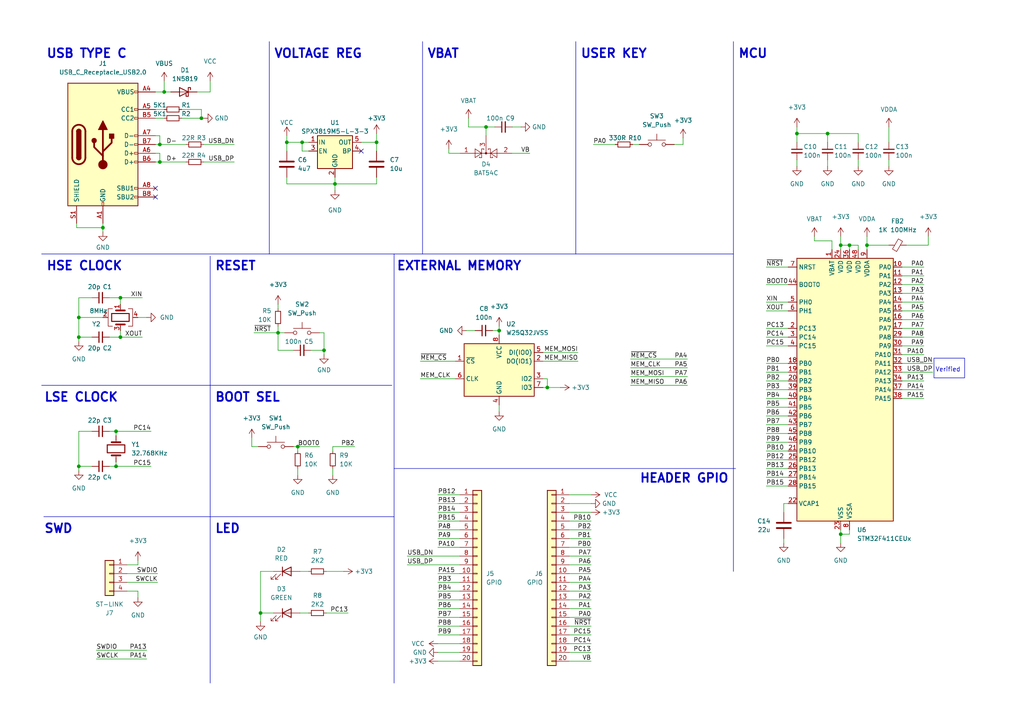
<source format=kicad_sch>
(kicad_sch (version 20231120) (generator "eeschema") (generator_version "8.0")
  (paper "A4")
  (title_block (title "STM32 PICO PILL ") (date "2023-02-05") (rev "1.0"))
  (lib_symbols
    (symbol "Connector:USB_C_Receptacle_USB2.0" (pin_names (offset 1.016))
      (property "Reference" "J" (at -10.16 19.05 0))
      (property "Value" "USB_C_Receptacle_USB2.0" (at 19.05 19.05 0))
      (symbol "USB_C_Receptacle_USB2.0_1_1"
        (pin passive line (at 0 -22.86 90) (length 5.08) (name "GND") (number "A1"))
        (pin passive line (at 0 -22.86 90) (length 5.08) hide (name "GND") (number "A12"))
        (pin passive line (at 15.24 15.24 180) (length 5.08) (name "VBUS") (number "A4"))
        (pin bidirectional line (at 15.24 10.16 180) (length 5.08) (name "CC1") (number "A5"))
        (pin bidirectional line (at 15.24 -2.54 180) (length 5.08) (name "D+") (number "A6"))
        (pin bidirectional line (at 15.24 2.54 180) (length 5.08) (name "D-") (number "A7"))
        (pin bidirectional line (at 15.24 -12.7 180) (length 5.08) (name "SBU1") (number "A8"))
        (pin passive line (at 15.24 15.24 180) (length 5.08) hide (name "VBUS") (number "A9"))
        (pin passive line (at 0 -22.86 90) (length 5.08) hide (name "GND") (number "B1"))
        (pin passive line (at 0 -22.86 90) (length 5.08) hide (name "GND") (number "B12"))
        (pin passive line (at 15.24 15.24 180) (length 5.08) hide (name "VBUS") (number "B4"))
        (pin bidirectional line (at 15.24 7.62 180) (length 5.08) (name "CC2") (number "B5"))
        (pin bidirectional line (at 15.24 -5.08 180) (length 5.08) (name "D+") (number "B6"))
        (pin bidirectional line (at 15.24 0 180) (length 5.08) (name "D-") (number "B7"))
        (pin bidirectional line (at 15.24 -15.24 180) (length 5.08) (name "SBU2") (number "B8"))
        (pin passive line (at 15.24 15.24 180) (length 5.08) hide (name "VBUS") (number "B9"))
        (pin passive line (at -7.62 -22.86 90) (length 5.08) (name "SHIELD") (number "S1"))
      )
    )
    (symbol "Connector_Generic:Conn_01x04" (pin_names (offset 1.016) hide)
      (property "Reference" "J" (at 0 5.08 0))
      (property "Value" "Conn_01x04" (at 0 -7.62 0))
      (symbol "Conn_01x04_1_1"
        (pin passive line (at -5.08 2.54 0) (length 3.81) (name "Pin_1") (number "1"))
        (pin passive line (at -5.08 0 0) (length 3.81) (name "Pin_2") (number "2"))
        (pin passive line (at -5.08 -2.54 0) (length 3.81) (name "Pin_3") (number "3"))
        (pin passive line (at -5.08 -5.08 0) (length 3.81) (name "Pin_4") (number "4"))
      )
    )
    (symbol "Connector_Generic:Conn_01x20" (pin_names (offset 1.016) hide)
      (property "Reference" "J" (at 0 25.4 0))
      (property "Value" "Conn_01x20" (at 0 -27.94 0))
      (symbol "Conn_01x20_1_1"
        (pin passive line (at -5.08 22.86 0) (length 3.81) (name "Pin_1") (number "1"))
        (pin passive line (at -5.08 0 0) (length 3.81) (name "Pin_10") (number "10"))
        (pin passive line (at -5.08 -2.54 0) (length 3.81) (name "Pin_11") (number "11"))
        (pin passive line (at -5.08 -5.08 0) (length 3.81) (name "Pin_12") (number "12"))
        (pin passive line (at -5.08 -7.62 0) (length 3.81) (name "Pin_13") (number "13"))
        (pin passive line (at -5.08 -10.16 0) (length 3.81) (name "Pin_14") (number "14"))
        (pin passive line (at -5.08 -12.7 0) (length 3.81) (name "Pin_15") (number "15"))
        (pin passive line (at -5.08 -15.24 0) (length 3.81) (name "Pin_16") (number "16"))
        (pin passive line (at -5.08 -17.78 0) (length 3.81) (name "Pin_17") (number "17"))
        (pin passive line (at -5.08 -20.32 0) (length 3.81) (name "Pin_18") (number "18"))
        (pin passive line (at -5.08 -22.86 0) (length 3.81) (name "Pin_19") (number "19"))
        (pin passive line (at -5.08 20.32 0) (length 3.81) (name "Pin_2") (number "2"))
        (pin passive line (at -5.08 -25.4 0) (length 3.81) (name "Pin_20") (number "20"))
        (pin passive line (at -5.08 17.78 0) (length 3.81) (name "Pin_3") (number "3"))
        (pin passive line (at -5.08 15.24 0) (length 3.81) (name "Pin_4") (number "4"))
        (pin passive line (at -5.08 12.7 0) (length 3.81) (name "Pin_5") (number "5"))
        (pin passive line (at -5.08 10.16 0) (length 3.81) (name "Pin_6") (number "6"))
        (pin passive line (at -5.08 7.62 0) (length 3.81) (name "Pin_7") (number "7"))
        (pin passive line (at -5.08 5.08 0) (length 3.81) (name "Pin_8") (number "8"))
        (pin passive line (at -5.08 2.54 0) (length 3.81) (name "Pin_9") (number "9"))
      )
    )
    (symbol "Device:C" (pin_numbers hide) (pin_names (offset 0.254))
      (property "Reference" "C" (at 0.635 2.54 0))
      (property "Value" "C" (at 0.635 -2.54 0))
      (symbol "C_1_1"
        (pin passive line (at 0 3.81 270) (length 2.794) (name "~") (number "1"))
        (pin passive line (at 0 -3.81 90) (length 2.794) (name "~") (number "2"))
      )
    )
    (symbol "Device:C_Small" (pin_numbers hide) (pin_names (offset 0.254) hide)
      (property "Reference" "C" (at 0.254 1.778 0))
      (property "Value" "C_Small" (at 0.254 -2.032 0))
      (symbol "C_Small_1_1"
        (pin passive line (at 0 2.54 270) (length 2.032) (name "~") (number "1"))
        (pin passive line (at 0 -2.54 90) (length 2.032) (name "~") (number "2"))
      )
    )
    (symbol "Device:Crystal" (pin_numbers hide) (pin_names (offset 1.016) hide)
      (property "Reference" "Y" (at 0 3.81 0))
      (property "Value" "Crystal" (at 0 -3.81 0))
      (symbol "Crystal_1_1"
        (pin passive line (at -3.81 0 0) (length 1.27) (name "1") (number "1"))
        (pin passive line (at 3.81 0 180) (length 1.27) (name "2") (number "2"))
      )
    )
    (symbol "Device:Crystal_GND24" (pin_names (offset 1.016) hide)
      (property "Reference" "Y" (at 3.175 5.08 0))
      (property "Value" "Crystal_GND24" (at 3.175 3.175 0))
      (symbol "Crystal_GND24_1_1"
        (pin passive line (at -3.81 0 0) (length 1.27) (name "1") (number "1"))
        (pin passive line (at 0 5.08 270) (length 1.27) (name "2") (number "2"))
        (pin passive line (at 3.81 0 180) (length 1.27) (name "3") (number "3"))
        (pin passive line (at 0 -5.08 90) (length 1.27) (name "4") (number "4"))
      )
    )
    (symbol "Device:FerriteBead_Small" (pin_numbers hide) (pin_names (offset 0))
      (property "Reference" "FB" (at 1.905 1.27 0))
      (property "Value" "FerriteBead_Small" (at 1.905 -1.27 0))
      (symbol "FerriteBead_Small_1_1"
        (pin passive line (at 0 2.54 270) (length 1.27) (name "~") (number "1"))
        (pin passive line (at 0 -2.54 90) (length 1.27) (name "~") (number "2"))
      )
    )
    (symbol "Device:LED" (pin_numbers hide) (pin_names (offset 1.016) hide)
      (property "Reference" "D" (at 0 2.54 0))
      (property "Value" "LED" (at 0 -2.54 0))
      (symbol "LED_1_1"
        (pin passive line (at -3.81 0 0) (length 2.54) (name "K") (number "1"))
        (pin passive line (at 3.81 0 180) (length 2.54) (name "A") (number "2"))
      )
    )
    (symbol "Device:R_Small" (pin_numbers hide) (pin_names (offset 0.254) hide)
      (property "Reference" "R" (at 0.762 0.508 0))
      (property "Value" "R_Small" (at 0.762 -1.016 0))
      (symbol "R_Small_1_1"
        (pin passive line (at 0 2.54 270) (length 0.762) (name "~") (number "1"))
        (pin passive line (at 0 -2.54 90) (length 0.762) (name "~") (number "2"))
      )
    )
    (symbol "Diode:1N5819" (pin_numbers hide) (pin_names (offset 1.016) hide)
      (property "Reference" "D" (at 0 2.54 0))
      (property "Value" "1N5819" (at 0 -2.54 0))
      (symbol "1N5819_1_1"
        (pin passive line (at -3.81 0 0) (length 2.54) (name "K") (number "1"))
        (pin passive line (at 3.81 0 180) (length 2.54) (name "A") (number "2"))
      )
    )
    (symbol "Diode:BAT54C" (pin_names (offset 1.016))
      (property "Reference" "D" (at 0.635 -3.81 0))
      (property "Value" "BAT54C" (at -6.35 3.175 0))
      (symbol "BAT54C_1_1"
        (pin passive line (at -7.62 0 0) (length 3.81) (name "~") (number "1"))
        (pin passive line (at 7.62 0 180) (length 3.81) (name "~") (number "2"))
        (pin passive line (at 0 -5.08 90) (length 5.08) (name "~") (number "3"))
      )
    )
    (symbol "MCU_ST_STM32F4:STM32F411CEUx"
      (property "Reference" "U" (at -12.7 39.37 0))
      (property "Value" "STM32F411CEUx" (at 10.16 39.37 0))
      (symbol "STM32F411CEUx_1_1"
        (pin power_in line (at -2.54 40.64 270) (length 2.54) (name "VBAT") (number "1"))
        (pin bidirectional line (at 17.78 35.56 180) (length 2.54) (name "PA0") (number "10"))
        (pin bidirectional line (at 17.78 33.02 180) (length 2.54) (name "PA1") (number "11"))
        (pin bidirectional line (at 17.78 30.48 180) (length 2.54) (name "PA2") (number "12"))
        (pin bidirectional line (at 17.78 27.94 180) (length 2.54) (name "PA3") (number "13"))
        (pin bidirectional line (at 17.78 25.4 180) (length 2.54) (name "PA4") (number "14"))
        (pin bidirectional line (at 17.78 22.86 180) (length 2.54) (name "PA5") (number "15"))
        (pin bidirectional line (at 17.78 20.32 180) (length 2.54) (name "PA6") (number "16"))
        (pin bidirectional line (at 17.78 17.78 180) (length 2.54) (name "PA7") (number "17"))
        (pin bidirectional line (at -15.24 7.62 0) (length 2.54) (name "PB0") (number "18"))
        (pin bidirectional line (at -15.24 5.08 0) (length 2.54) (name "PB1") (number "19"))
        (pin bidirectional line (at -15.24 17.78 0) (length 2.54) (name "PC13") (number "2"))
        (pin bidirectional line (at -15.24 2.54 0) (length 2.54) (name "PB2") (number "20"))
        (pin bidirectional line (at -15.24 -17.78 0) (length 2.54) (name "PB10") (number "21"))
        (pin power_out line (at -15.24 -33.02 0) (length 2.54) (name "VCAP1") (number "22"))
        (pin power_in line (at 0 -40.64 90) (length 2.54) (name "VSS") (number "23"))
        (pin power_in line (at 0 40.64 270) (length 2.54) (name "VDD") (number "24"))
        (pin bidirectional line (at -15.24 -20.32 0) (length 2.54) (name "PB12") (number "25"))
        (pin bidirectional line (at -15.24 -22.86 0) (length 2.54) (name "PB13") (number "26"))
        (pin bidirectional line (at -15.24 -25.4 0) (length 2.54) (name "PB14") (number "27"))
        (pin bidirectional line (at -15.24 -27.94 0) (length 2.54) (name "PB15") (number "28"))
        (pin bidirectional line (at 17.78 15.24 180) (length 2.54) (name "PA8") (number "29"))
        (pin bidirectional line (at -15.24 15.24 0) (length 2.54) (name "PC14") (number "3"))
        (pin bidirectional line (at 17.78 12.7 180) (length 2.54) (name "PA9") (number "30"))
        (pin bidirectional line (at 17.78 10.16 180) (length 2.54) (name "PA10") (number "31"))
        (pin bidirectional line (at 17.78 7.62 180) (length 2.54) (name "PA11") (number "32"))
        (pin bidirectional line (at 17.78 5.08 180) (length 2.54) (name "PA12") (number "33"))
        (pin bidirectional line (at 17.78 2.54 180) (length 2.54) (name "PA13") (number "34"))
        (pin passive line (at 0 -40.64 90) (length 2.54) hide (name "VSS") (number "35"))
        (pin power_in line (at 2.54 40.64 270) (length 2.54) (name "VDD") (number "36"))
        (pin bidirectional line (at 17.78 0 180) (length 2.54) (name "PA14") (number "37"))
        (pin bidirectional line (at 17.78 -2.54 180) (length 2.54) (name "PA15") (number "38"))
        (pin bidirectional line (at -15.24 0 0) (length 2.54) (name "PB3") (number "39"))
        (pin bidirectional line (at -15.24 12.7 0) (length 2.54) (name "PC15") (number "4"))
        (pin bidirectional line (at -15.24 -2.54 0) (length 2.54) (name "PB4") (number "40"))
        (pin bidirectional line (at -15.24 -5.08 0) (length 2.54) (name "PB5") (number "41"))
        (pin bidirectional line (at -15.24 -7.62 0) (length 2.54) (name "PB6") (number "42"))
        (pin bidirectional line (at -15.24 -10.16 0) (length 2.54) (name "PB7") (number "43"))
        (pin input line (at -15.24 30.48 0) (length 2.54) (name "BOOT0") (number "44"))
        (pin bidirectional line (at -15.24 -12.7 0) (length 2.54) (name "PB8") (number "45"))
        (pin bidirectional line (at -15.24 -15.24 0) (length 2.54) (name "PB9") (number "46"))
        (pin passive line (at 0 -40.64 90) (length 2.54) hide (name "VSS") (number "47"))
        (pin power_in line (at 5.08 40.64 270) (length 2.54) (name "VDD") (number "48"))
        (pin passive line (at 0 -40.64 90) (length 2.54) hide (name "VSS") (number "49"))
        (pin bidirectional line (at -15.24 25.4 0) (length 2.54) (name "PH0") (number "5"))
        (pin bidirectional line (at -15.24 22.86 0) (length 2.54) (name "PH1") (number "6"))
        (pin input line (at -15.24 35.56 0) (length 2.54) (name "NRST") (number "7"))
        (pin power_in line (at 2.54 -40.64 90) (length 2.54) (name "VSSA") (number "8"))
        (pin power_in line (at 7.62 40.64 270) (length 2.54) (name "VDDA") (number "9"))
      )
    )
    (symbol "Memory_Flash:W25Q32JVSS"
      (property "Reference" "U" (at -8.89 8.89 0))
      (property "Value" "W25Q32JVSS" (at 7.62 8.89 0))
      (symbol "W25Q32JVSS_1_1"
        (pin input line (at -12.7 2.54 0) (length 2.54) (name "~{CS}") (number "1"))
        (pin bidirectional line (at 12.7 2.54 180) (length 2.54) (name "DO(IO1)") (number "2"))
        (pin bidirectional line (at 12.7 -2.54 180) (length 2.54) (name "IO2") (number "3"))
        (pin power_in line (at 0 -10.16 90) (length 2.54) (name "GND") (number "4"))
        (pin bidirectional line (at 12.7 5.08 180) (length 2.54) (name "DI(IO0)") (number "5"))
        (pin input line (at -12.7 -2.54 0) (length 2.54) (name "CLK") (number "6"))
        (pin bidirectional line (at 12.7 -5.08 180) (length 2.54) (name "IO3") (number "7"))
        (pin power_in line (at 0 10.16 270) (length 2.54) (name "VCC") (number "8"))
      )
    )
    (symbol "Regulator_Linear:SPX3819M5-L-3-3" (pin_names (offset 0.254))
      (property "Reference" "U" (at -3.81 5.715 0))
      (property "Value" "SPX3819M5-L-3-3" (at 0 5.715 0))
      (symbol "SPX3819M5-L-3-3_1_1"
        (pin power_in line (at -7.62 2.54 0) (length 2.54) (name "IN") (number "1"))
        (pin power_in line (at 0 -7.62 90) (length 2.54) (name "GND") (number "2"))
        (pin input line (at -7.62 0 0) (length 2.54) (name "EN") (number "3"))
        (pin input line (at 7.62 0 180) (length 2.54) (name "BP") (number "4"))
        (pin power_out line (at 7.62 2.54 180) (length 2.54) (name "OUT") (number "5"))
      )
    )
    (symbol "Switch:SW_Push" (pin_numbers hide) (pin_names (offset 1.016) hide)
      (property "Reference" "SW" (at 1.27 2.54 0))
      (property "Value" "SW_Push" (at 0 -1.524 0))
      (symbol "SW_Push_0_1"
        (pin passive line (at -5.08 0 0) (length 2.54) (name "1") (number "1"))
        (pin passive line (at 5.08 0 180) (length 2.54) (name "2") (number "2"))
      )
    )
    (symbol "power:+3V3" (power) (pin_names (offset 0))
      (property "Value" "+3V3" (at 0 3.556 0))
      (symbol "+3V3_1_1"
        (pin power_in line (at 0 0 90) (length 0) hide (name "+3V3") (number "1"))
      )
    )
    (symbol "power:GND" (power) (pin_names (offset 0))
      (property "Value" "GND" (at 0 -3.81 0))
      (symbol "GND_1_1"
        (pin power_in line (at 0 0 270) (length 0) hide (name "GND") (number "1"))
      )
    )
    (symbol "power:VBUS" (power) (pin_names (offset 0))
      (property "Value" "VBUS" (at 0 3.81 0))
      (symbol "VBUS_1_1"
        (pin power_in line (at 0 0 90) (length 0) hide (name "VBUS") (number "1"))
      )
    )
    (symbol "power:VCC" (power) (pin_names (offset 0))
      (property "Value" "VCC" (at 0 3.81 0))
      (symbol "VCC_1_1"
        (pin power_in line (at 0 0 90) (length 0) hide (name "VCC") (number "1"))
      )
    )
    (symbol "power:VDDA" (power) (pin_names (offset 0))
      (property "Value" "VDDA" (at 0 3.81 0))
      (symbol "VDDA_1_1"
        (pin power_in line (at 0 0 90) (length 0) hide (name "VDDA") (number "1"))
      )
    )
  )
  (junction (at 80.645 96.52))
  (junction (at 83.185 41.275))
  (junction (at 158.75 112.395))
  (junction (at 34.925 86.36))
  (junction (at 34.925 97.79))
  (junction (at 47.625 26.67))
  (junction (at 46.355 41.91))
  (junction (at 75.565 177.8))
  (junction (at 246.38 71.12))
  (junction (at 22.86 135.255))
  (junction (at 140.97 36.83))
  (junction (at 33.655 125.095))
  (junction (at 231.14 38.735))
  (junction (at 87.63 41.275))
  (junction (at 97.155 53.34))
  (junction (at 29.845 66.04))
  (junction (at 243.84 71.12))
  (junction (at 240.03 38.735))
  (junction (at 251.46 71.12))
  (junction (at 109.22 41.275))
  (junction (at 58.42 34.29))
  (junction (at 22.86 92.075))
  (junction (at 86.36 129.54))
  (junction (at 46.355 46.99))
  (junction (at 144.78 95.885))
  (junction (at 93.98 101.6))
  (junction (at 243.84 154.94))
  (junction (at 22.86 97.79))
  (junction (at 33.655 135.255))
  (no_connect (at 45.085 54.61))
  (no_connect (at 45.085 57.15))
  (no_connect (at 104.775 43.815))
  (wire (pts (xy 31.75 97.79) (xy 34.925 97.79)))
  (wire (pts (xy 140.97 36.83) (xy 143.51 36.83)))
  (wire (pts (xy 45.085 41.91) (xy 46.355 41.91)))
  (wire (pts (xy 40.005 171.45) (xy 40.005 173.355)))
  (wire (pts (xy 86.995 165.735) (xy 89.535 165.735)))
  (wire (pts (xy 267.97 77.47) (xy 261.62 77.47)))
  (wire (pts (xy 127 173.99) (xy 133.35 173.99)))
  (wire (pts (xy 130.175 43.18) (xy 130.175 44.45)))
  (wire (pts (xy 222.25 90.17) (xy 228.6 90.17)))
  (wire (pts (xy 73.025 129.54) (xy 74.93 129.54)))
  (wire (pts (xy 94.615 165.735) (xy 99.695 165.735)))
  (polyline (pts (xy 60.96 74.295) (xy 60.96 198.12)))
  (wire (pts (xy 127 189.23) (xy 133.35 189.23)))
  (wire (pts (xy 83.185 41.275) (xy 83.185 43.815)))
  (wire (pts (xy 59.055 41.91) (xy 67.945 41.91)))
  (wire (pts (xy 45.085 44.45) (xy 46.355 44.45)))
  (wire (pts (xy 251.46 68.58) (xy 251.46 71.12)))
  (wire (pts (xy 231.14 46.355) (xy 231.14 48.26)))
  (wire (pts (xy 127 176.53) (xy 133.35 176.53)))
  (wire (pts (xy 45.72 168.91) (xy 36.83 168.91)))
  (wire (pts (xy 222.25 100.33) (xy 228.6 100.33)))
  (wire (pts (xy 121.92 109.855) (xy 132.08 109.855)))
  (wire (pts (xy 34.925 97.79) (xy 34.925 95.885)))
  (wire (pts (xy 246.38 71.12) (xy 246.38 72.39)))
  (wire (pts (xy 22.86 97.79) (xy 26.67 97.79)))
  (wire (pts (xy 148.59 36.83) (xy 151.13 36.83)))
  (wire (pts (xy 80.645 94.615) (xy 80.645 96.52)))
  (wire (pts (xy 251.46 71.12) (xy 257.81 71.12)))
  (wire (pts (xy 46.355 46.99) (xy 53.975 46.99)))
  (wire (pts (xy 165.1 173.99) (xy 171.45 173.99)))
  (wire (pts (xy 90.17 101.6) (xy 93.98 101.6)))
  (wire (pts (xy 222.25 120.65) (xy 228.6 120.65)))
  (wire (pts (xy 267.97 85.09) (xy 261.62 85.09)))
  (wire (pts (xy 248.92 38.735) (xy 248.92 41.275)))
  (wire (pts (xy 86.36 135.89) (xy 86.36 137.795)))
  (wire (pts (xy 227.33 146.05) (xy 227.33 148.59)))
  (wire (pts (xy 58.42 34.29) (xy 59.055 34.29)))
  (wire (pts (xy 22.86 97.79) (xy 22.86 99.06)))
  (wire (pts (xy 127 181.61) (xy 133.35 181.61)))
  (polyline (pts (xy 12.065 73.66) (xy 212.725 73.66)))
  (wire (pts (xy 127 179.07) (xy 133.35 179.07)))
  (wire (pts (xy 240.03 46.355) (xy 240.03 48.26)))
  (wire (pts (xy 222.25 77.47) (xy 228.6 77.47)))
  (wire (pts (xy 227.33 157.48) (xy 227.33 156.21)))
  (wire (pts (xy 267.97 113.03) (xy 261.62 113.03)))
  (wire (pts (xy 157.48 109.855) (xy 158.75 109.855)))
  (wire (pts (xy 40.005 163.83) (xy 40.005 162.56)))
  (wire (pts (xy 198.12 41.91) (xy 198.12 40.005)))
  (wire (pts (xy 158.75 112.395) (xy 162.56 112.395)))
  (wire (pts (xy 52.705 31.75) (xy 58.42 31.75)))
  (wire (pts (xy 171.45 146.05) (xy 165.1 146.05)))
  (wire (pts (xy 222.25 113.03) (xy 228.6 113.03)))
  (wire (pts (xy 171.45 148.59) (xy 165.1 148.59)))
  (wire (pts (xy 246.38 71.12) (xy 243.84 71.12)))
  (wire (pts (xy 93.98 101.6) (xy 93.98 102.87)))
  (wire (pts (xy 127 148.59) (xy 133.35 148.59)))
  (wire (pts (xy 31.75 135.255) (xy 33.655 135.255)))
  (wire (pts (xy 97.155 53.34) (xy 97.155 55.245)))
  (wire (pts (xy 183.515 41.91) (xy 185.42 41.91)))
  (wire (pts (xy 22.86 92.075) (xy 22.86 97.79)))
  (wire (pts (xy 26.67 86.36) (xy 22.86 86.36)))
  (wire (pts (xy 135.89 36.83) (xy 140.97 36.83)))
  (wire (pts (xy 222.25 140.97) (xy 228.6 140.97)))
  (polyline (pts (xy 212.725 12.065) (xy 212.725 165.735)))
  (polyline (pts (xy 12.065 111.76) (xy 113.665 111.76)))
  (polyline (pts (xy 122.555 12.065) (xy 122.555 73.66)))
  (wire (pts (xy 171.45 184.15) (xy 165.1 184.15)))
  (wire (pts (xy 171.45 156.21) (xy 165.1 156.21)))
  (wire (pts (xy 58.42 31.75) (xy 58.42 34.29)))
  (wire (pts (xy 222.25 133.35) (xy 228.6 133.35)))
  (wire (pts (xy 27.94 191.135) (xy 42.545 191.135)))
  (wire (pts (xy 222.25 130.81) (xy 228.6 130.81)))
  (wire (pts (xy 93.98 96.52) (xy 93.98 101.6)))
  (polyline (pts (xy 114.3 135.89) (xy 213.36 135.89)))
  (wire (pts (xy 248.92 71.12) (xy 246.38 71.12)))
  (wire (pts (xy 52.705 34.29) (xy 58.42 34.29)))
  (wire (pts (xy 261.62 105.41) (xy 270.51 105.41)))
  (wire (pts (xy 109.22 38.735) (xy 109.22 41.275)))
  (polyline (pts (xy 78.105 12.065) (xy 78.105 73.66)))
  (wire (pts (xy 267.97 92.71) (xy 261.62 92.71)))
  (wire (pts (xy 45.085 46.99) (xy 46.355 46.99)))
  (wire (pts (xy 222.25 123.19) (xy 228.6 123.19)))
  (wire (pts (xy 243.84 71.12) (xy 243.84 72.39)))
  (wire (pts (xy 33.655 125.095) (xy 33.655 126.365)))
  (wire (pts (xy 118.11 163.83) (xy 133.35 163.83)))
  (polyline (pts (xy 114.3 73.66) (xy 114.3 198.12)))
  (wire (pts (xy 22.86 92.075) (xy 29.845 92.075)))
  (wire (pts (xy 222.25 107.95) (xy 228.6 107.95)))
  (wire (pts (xy 251.46 71.12) (xy 251.46 72.39)))
  (wire (pts (xy 261.62 107.95) (xy 270.51 107.95)))
  (wire (pts (xy 96.52 135.89) (xy 96.52 137.795)))
  (wire (pts (xy 22.86 135.255) (xy 26.67 135.255)))
  (wire (pts (xy 86.36 129.54) (xy 86.36 130.81)))
  (wire (pts (xy 267.97 82.55) (xy 261.62 82.55)))
  (wire (pts (xy 222.25 135.89) (xy 228.6 135.89)))
  (wire (pts (xy 222.25 82.55) (xy 228.6 82.55)))
  (wire (pts (xy 267.97 115.57) (xy 261.62 115.57)))
  (wire (pts (xy 59.055 46.99) (xy 67.945 46.99)))
  (wire (pts (xy 171.45 186.69) (xy 165.1 186.69)))
  (wire (pts (xy 87.63 43.815) (xy 87.63 41.275)))
  (wire (pts (xy 127 184.15) (xy 133.35 184.15)))
  (wire (pts (xy 222.25 125.73) (xy 228.6 125.73)))
  (wire (pts (xy 33.655 135.255) (xy 43.815 135.255)))
  (wire (pts (xy 127 186.69) (xy 133.35 186.69)))
  (wire (pts (xy 29.845 66.04) (xy 29.845 67.31)))
  (wire (pts (xy 246.38 153.67) (xy 246.38 154.94)))
  (wire (pts (xy 33.655 125.095) (xy 43.815 125.095)))
  (wire (pts (xy 75.565 177.8) (xy 79.375 177.8)))
  (wire (pts (xy 40.005 92.075) (xy 42.545 92.075)))
  (wire (pts (xy 22.225 64.77) (xy 22.225 66.04)))
  (wire (pts (xy 165.1 168.91) (xy 171.45 168.91)))
  (wire (pts (xy 45.085 31.75) (xy 47.625 31.75)))
  (wire (pts (xy 75.565 165.735) (xy 75.565 177.8)))
  (wire (pts (xy 36.83 163.83) (xy 40.005 163.83)))
  (wire (pts (xy 222.25 105.41) (xy 228.6 105.41)))
  (wire (pts (xy 80.645 101.6) (xy 80.645 96.52)))
  (wire (pts (xy 109.22 51.435) (xy 109.22 53.34)))
  (wire (pts (xy 246.38 154.94) (xy 243.84 154.94)))
  (wire (pts (xy 144.78 117.475) (xy 144.78 119.38)))
  (wire (pts (xy 267.97 87.63) (xy 261.62 87.63)))
  (wire (pts (xy 171.45 181.61) (xy 165.1 181.61)))
  (wire (pts (xy 96.52 129.54) (xy 102.87 129.54)))
  (wire (pts (xy 240.03 38.735) (xy 240.03 41.275)))
  (wire (pts (xy 236.22 68.58) (xy 236.22 69.85)))
  (wire (pts (xy 127 146.05) (xy 133.35 146.05)))
  (wire (pts (xy 222.25 110.49) (xy 228.6 110.49)))
  (wire (pts (xy 231.14 38.735) (xy 231.14 41.275)))
  (wire (pts (xy 171.45 151.13) (xy 165.1 151.13)))
  (wire (pts (xy 46.355 39.37) (xy 46.355 41.91)))
  (wire (pts (xy 34.925 86.36) (xy 34.925 88.265)))
  (wire (pts (xy 222.25 118.11) (xy 228.6 118.11)))
  (wire (pts (xy 133.35 156.21) (xy 127 156.21)))
  (wire (pts (xy 262.89 71.12) (xy 269.24 71.12)))
  (wire (pts (xy 243.84 154.94) (xy 243.84 153.67)))
  (wire (pts (xy 73.025 127) (xy 73.025 129.54)))
  (wire (pts (xy 267.97 80.01) (xy 261.62 80.01)))
  (wire (pts (xy 29.845 64.77) (xy 29.845 66.04)))
  (wire (pts (xy 45.085 34.29) (xy 47.625 34.29)))
  (wire (pts (xy 269.24 71.12) (xy 269.24 68.58)))
  (wire (pts (xy 127 171.45) (xy 133.35 171.45)))
  (wire (pts (xy 87.63 41.275) (xy 83.185 41.275)))
  (wire (pts (xy 26.67 125.095) (xy 22.86 125.095)))
  (wire (pts (xy 75.565 177.8) (xy 75.565 180.34)))
  (wire (pts (xy 165.1 161.29) (xy 171.45 161.29)))
  (wire (pts (xy 171.45 191.77) (xy 165.1 191.77)))
  (polyline (pts (xy 12.7 149.86) (xy 114.3 149.86)))
  (wire (pts (xy 171.45 153.67) (xy 165.1 153.67)))
  (wire (pts (xy 45.085 39.37) (xy 46.355 39.37)))
  (wire (pts (xy 171.45 189.23) (xy 165.1 189.23)))
  (wire (pts (xy 127 191.77) (xy 133.35 191.77)))
  (wire (pts (xy 222.25 95.25) (xy 228.6 95.25)))
  (wire (pts (xy 158.75 109.855) (xy 158.75 112.395)))
  (wire (pts (xy 22.86 125.095) (xy 22.86 135.255)))
  (wire (pts (xy 109.22 41.275) (xy 109.22 43.815)))
  (wire (pts (xy 75.565 165.735) (xy 79.375 165.735)))
  (wire (pts (xy 267.97 100.33) (xy 261.62 100.33)))
  (wire (pts (xy 121.92 104.775) (xy 132.08 104.775)))
  (wire (pts (xy 222.25 87.63) (xy 228.6 87.63)))
  (wire (pts (xy 34.925 86.36) (xy 41.275 86.36)))
  (wire (pts (xy 248.92 46.355) (xy 248.92 48.26)))
  (wire (pts (xy 46.355 44.45) (xy 46.355 46.99)))
  (polyline (pts (xy 167.005 12.065) (xy 167.005 73.66)))
  (wire (pts (xy 231.14 36.83) (xy 231.14 38.735)))
  (wire (pts (xy 135.255 95.885) (xy 137.795 95.885)))
  (wire (pts (xy 144.78 95.885) (xy 144.78 97.155)))
  (wire (pts (xy 97.155 51.435) (xy 97.155 53.34)))
  (wire (pts (xy 157.48 102.235) (xy 167.64 102.235)))
  (wire (pts (xy 22.86 135.255) (xy 22.86 136.525)))
  (wire (pts (xy 172.085 41.91) (xy 178.435 41.91)))
  (wire (pts (xy 248.92 72.39) (xy 248.92 71.12)))
  (wire (pts (xy 133.35 153.67) (xy 127 153.67)))
  (wire (pts (xy 36.83 171.45) (xy 40.005 171.45)))
  (wire (pts (xy 142.875 95.885) (xy 144.78 95.885)))
  (wire (pts (xy 92.71 96.52) (xy 93.98 96.52)))
  (wire (pts (xy 243.84 157.48) (xy 243.84 154.94)))
  (wire (pts (xy 89.535 41.275) (xy 87.63 41.275)))
  (wire (pts (xy 165.1 163.83) (xy 171.45 163.83)))
  (wire (pts (xy 96.52 129.54) (xy 96.52 130.81)))
  (wire (pts (xy 257.81 46.355) (xy 257.81 48.26)))
  (wire (pts (xy 80.645 96.52) (xy 82.55 96.52)))
  (wire (pts (xy 27.94 188.595) (xy 42.545 188.595)))
  (wire (pts (xy 267.97 102.87) (xy 261.62 102.87)))
  (wire (pts (xy 228.6 146.05) (xy 227.33 146.05)))
  (wire (pts (xy 130.175 44.45) (xy 133.35 44.45)))
  (wire (pts (xy 80.645 88.265) (xy 80.645 89.535)))
  (wire (pts (xy 241.3 69.85) (xy 241.3 72.39)))
  (wire (pts (xy 267.97 97.79) (xy 261.62 97.79)))
  (wire (pts (xy 85.09 101.6) (xy 80.645 101.6)))
  (wire (pts (xy 231.14 38.735) (xy 240.03 38.735)))
  (wire (pts (xy 34.925 97.79) (xy 41.275 97.79)))
  (wire (pts (xy 22.86 86.36) (xy 22.86 92.075)))
  (wire (pts (xy 240.03 38.735) (xy 248.92 38.735)))
  (wire (pts (xy 165.1 171.45) (xy 171.45 171.45)))
  (wire (pts (xy 73.66 96.52) (xy 80.645 96.52)))
  (wire (pts (xy 109.22 53.34) (xy 97.155 53.34)))
  (wire (pts (xy 47.625 26.67) (xy 49.53 26.67)))
  (wire (pts (xy 31.75 86.36) (xy 34.925 86.36)))
  (wire (pts (xy 195.58 41.91) (xy 198.12 41.91)))
  (wire (pts (xy 86.36 129.54) (xy 92.71 129.54)))
  (wire (pts (xy 89.535 43.815) (xy 87.63 43.815)))
  (wire (pts (xy 171.45 143.51) (xy 165.1 143.51)))
  (wire (pts (xy 236.22 69.85) (xy 241.3 69.85)))
  (wire (pts (xy 267.97 90.17) (xy 261.62 90.17)))
  (wire (pts (xy 222.25 115.57) (xy 228.6 115.57)))
  (wire (pts (xy 133.35 166.37) (xy 127 166.37)))
  (wire (pts (xy 83.185 39.37) (xy 83.185 41.275)))
  (wire (pts (xy 135.89 34.29) (xy 135.89 36.83)))
  (wire (pts (xy 104.775 41.275) (xy 109.22 41.275)))
  (wire (pts (xy 85.09 129.54) (xy 86.36 129.54)))
  (wire (pts (xy 83.185 53.34) (xy 97.155 53.34)))
  (wire (pts (xy 165.1 166.37) (xy 171.45 166.37)))
  (wire (pts (xy 118.11 161.29) (xy 133.35 161.29)))
  (wire (pts (xy 22.225 66.04) (xy 29.845 66.04)))
  (wire (pts (xy 140.97 36.83) (xy 140.97 39.37)))
  (wire (pts (xy 46.355 41.91) (xy 53.975 41.91)))
  (wire (pts (xy 182.88 109.22) (xy 199.39 109.22)))
  (wire (pts (xy 267.97 95.25) (xy 261.62 95.25)))
  (wire (pts (xy 144.78 94.615) (xy 144.78 95.885)))
  (wire (pts (xy 127 143.51) (xy 133.35 143.51)))
  (wire (pts (xy 45.085 26.67) (xy 47.625 26.67)))
  (wire (pts (xy 127 151.13) (xy 133.35 151.13)))
  (wire (pts (xy 171.45 158.75) (xy 165.1 158.75)))
  (wire (pts (xy 182.88 111.76) (xy 199.39 111.76)))
  (wire (pts (xy 165.1 176.53) (xy 171.45 176.53)))
  (wire (pts (xy 222.25 138.43) (xy 228.6 138.43)))
  (wire (pts (xy 127 168.91) (xy 133.35 168.91)))
  (wire (pts (xy 222.25 128.27) (xy 228.6 128.27)))
  (wire (pts (xy 267.97 110.49) (xy 261.62 110.49)))
  (wire (pts (xy 182.88 104.14) (xy 199.39 104.14)))
  (wire (pts (xy 148.59 44.45) (xy 153.67 44.45)))
  (wire (pts (xy 165.1 179.07) (xy 171.45 179.07)))
  (wire (pts (xy 257.81 36.83) (xy 257.81 41.275)))
  (wire (pts (xy 182.88 106.68) (xy 199.39 106.68)))
  (wire (pts (xy 60.96 26.67) (xy 60.96 23.495)))
  (wire (pts (xy 31.75 125.095) (xy 33.655 125.095)))
  (wire (pts (xy 133.35 158.75) (xy 127 158.75)))
  (wire (pts (xy 158.75 112.395) (xy 157.48 112.395)))
  (wire (pts (xy 86.995 177.8) (xy 89.535 177.8)))
  (wire (pts (xy 45.72 166.37) (xy 36.83 166.37)))
  (wire (pts (xy 83.185 51.435) (xy 83.185 53.34)))
  (wire (pts (xy 243.84 68.58) (xy 243.84 71.12)))
  (wire (pts (xy 57.15 26.67) (xy 60.96 26.67)))
  (wire (pts (xy 47.625 26.67) (xy 47.625 23.495)))
  (wire (pts (xy 222.25 97.79) (xy 228.6 97.79)))
  (wire (pts (xy 94.615 177.8) (xy 100.965 177.8)))
  (wire (pts (xy 157.48 104.775) (xy 167.64 104.775)))
  (wire (pts (xy 33.655 135.255) (xy 33.655 133.985)))
  (rectangle (start 270.891 103.886) (end 279.781 109.601))
  (text "MCU" (at 213.995 17.145 0) (effects (font (size 2.54 2.54) (thickness 0.508) (bold yes)) (justify left bottom)))
  (text "RESET" (at 62.23 78.74 0) (effects (font (size 2.54 2.54) (thickness 0.508) (bold yes)) (justify left bottom)))
  (text "BOOT SEL" (at 62.23 116.84 0) (effects (font (size 2.54 2.54) (thickness 0.508) (bold yes)) (justify left bottom)))
  (text "HEADER GPIO" (at 185.42 140.335 0) (effects (font (size 2.54 2.54) (thickness 0.508) (bold yes)) (justify left bottom)))
  (text "EXTERNAL MEMORY" (at 114.935 78.74 0) (effects (font (size 2.54 2.54) (thickness 0.508) (bold yes)) (justify left bottom)))
  (text "VOLTAGE REG" (at 79.375 17.145 0) (effects (font (size 2.54 2.54) (thickness 0.508) (bold yes)) (justify left bottom)))
  (text "Verified" (at 274.955 107.315 0) (effects (font (size 1.27 1.27))))
  (text "VBAT" (at 123.825 17.145 0) (effects (font (size 2.54 2.54) (thickness 0.508) (bold yes)) (justify left bottom)))
  (text "SWD" (at 12.7 154.94 0) (effects (font (size 2.54 2.54) (thickness 0.508) (bold yes)) (justify left bottom)))
  (text "USB TYPE C" (at 13.335 17.145 0) (effects (font (size 2.54 2.54) (thickness 0.508) (bold yes)) (justify left bottom)))
  (text "LED" (at 62.23 154.94 0) (effects (font (size 2.54 2.54) (thickness 0.508) (bold yes)) (justify left bottom)))
  (text "HSE CLOCK" (at 13.335 78.74 0) (effects (font (size 2.54 2.54) (thickness 0.508) (bold yes)) (justify left bottom)))
  (text "USER KEY" (at 168.275 17.145 0) (effects (font (size 2.54 2.54) (thickness 0.508) (bold yes)) (justify left bottom)))
  (text "LSE CLOCK" (at 12.7 116.84 0) (effects (font (size 2.54 2.54) (thickness 0.508) (bold yes)) (justify left bottom)))
  (label "~{MEM_CS}" (at 182.88 104.14 0))
  (label "PB1" (at 171.45 156.21 180))
  (label "PB2" (at 102.87 129.54 180))
  (label "PB8" (at 127 181.61 0))
  (label "SWDIO" (at 27.94 188.595 0))
  (label "USB_DN" (at 270.51 105.41 180))
  (label "PB0" (at 222.25 105.41 0))
  (label "PB14" (at 127 148.59 0))
  (label "PB9" (at 222.25 128.27 0))
  (label "PC13" (at 100.965 177.8 180))
  (label "MEM_MISO" (at 182.88 111.76 0))
  (label "SWCLK" (at 45.72 168.91 180))
  (label "PA10" (at 267.97 102.87 180))
  (label "VB" (at 171.45 191.77 180))
  (label "PA14" (at 42.545 191.135 180))
  (label "XIN" (at 41.275 86.36 180))
  (label "PA10" (at 127 158.75 0))
  (label "PB5" (at 222.25 118.11 0))
  (label "XOUT" (at 222.25 90.17 0))
  (label "PA2" (at 171.45 173.99 180))
  (label "PB10" (at 222.25 130.81 0))
  (label "PC14" (at 222.25 97.79 0))
  (label "PA7" (at 267.97 95.25 180))
  (label "PB14" (at 222.25 138.43 0))
  (label "PB15" (at 222.25 140.97 0))
  (label "PB6" (at 127 176.53 0))
  (label "PB2" (at 171.45 153.67 180))
  (label "PA1" (at 267.97 80.01 180))
  (label "PB10" (at 171.45 151.13 180))
  (label "PB15" (at 127 151.13 0))
  (label "PC13" (at 222.25 95.25 0))
  (label "USB_DN" (at 67.945 41.91 180))
  (label "PB12" (at 222.25 133.35 0))
  (label "SWCLK" (at 27.94 191.135 0))
  (label "PB1" (at 222.25 107.95 0))
  (label "USB_DP" (at 270.51 107.95 180))
  (label "PC15" (at 43.815 135.255 180))
  (label "PB3" (at 127 168.91 0))
  (label "PA7" (at 199.39 109.22 180))
  (label "PB7" (at 222.25 123.19 0))
  (label "PB9" (at 127 184.15 0))
  (label "~{NRST}" (at 73.66 96.52 0))
  (label "PA0" (at 171.45 179.07 180))
  (label "PA6" (at 199.39 111.76 180))
  (label "PB2" (at 222.25 110.49 0))
  (label "PB3" (at 222.25 113.03 0))
  (label "PA4" (at 267.97 87.63 180))
  (label "PA4" (at 199.39 104.14 180))
  (label "PA0" (at 172.085 41.91 0))
  (label "PC15" (at 171.45 184.15 180))
  (label "PB5" (at 127 173.99 0))
  (label "USB_DP" (at 67.945 46.99 180))
  (label "MEM_MOSI" (at 182.88 109.22 0))
  (label "PA15" (at 127 166.37 0))
  (label "D-" (at 48.26 41.91 0))
  (label "PA3" (at 171.45 171.45 180))
  (label "PB12" (at 127 143.51 0))
  (label "MEM_CLK" (at 121.92 109.855 0))
  (label "PA9" (at 127 156.21 0))
  (label "XIN" (at 222.25 87.63 0))
  (label "PA13" (at 267.97 110.49 180))
  (label "BOOT0" (at 92.71 129.54 180))
  (label "~{NRST}" (at 171.45 181.61 180))
  (label "MEM_MISO" (at 167.64 104.775 180))
  (label "PC13" (at 171.45 189.23 180))
  (label "PA14" (at 267.97 113.03 180))
  (label "PA2" (at 267.97 82.55 180))
  (label "USB_DP" (at 118.11 163.83 0))
  (label "D+" (at 48.26 46.99 0))
  (label "PA15" (at 267.97 115.57 180))
  (label "PB8" (at 222.25 125.73 0))
  (label "PA8" (at 267.97 97.79 180))
  (label "PA0" (at 267.97 77.47 180))
  (label "PA4" (at 171.45 168.91 180))
  (label "PB0" (at 171.45 158.75 180))
  (label "~{NRST}" (at 222.25 77.47 0))
  (label "BOOT0" (at 222.25 82.55 0))
  (label "PA9" (at 267.97 100.33 180))
  (label "PA8" (at 127 153.67 0))
  (label "SWDIO" (at 45.72 166.37 180))
  (label "PB6" (at 222.25 120.65 0))
  (label "PA5" (at 267.97 90.17 180))
  (label "MEM_MOSI" (at 167.64 102.235 180))
  (label "PA1" (at 171.45 176.53 180))
  (label "~{MEM_CS}" (at 121.92 104.775 0))
  (label "PA5" (at 199.39 106.68 180))
  (label "MEM_CLK" (at 182.88 106.68 0))
  (label "XOUT" (at 41.275 97.79 180))
  (label "PC15" (at 222.25 100.33 0))
  (label "PB4" (at 127 171.45 0))
  (label "PA6" (at 171.45 163.83 180))
  (label "PA6" (at 267.97 92.71 180))
  (label "VB" (at 153.67 44.45 180))
  (label "PB13" (at 222.25 135.89 0))
  (label "PA7" (at 171.45 161.29 180))
  (label "PB13" (at 127 146.05 0))
  (label "PA13" (at 42.545 188.595 180))
  (label "PA3" (at 267.97 85.09 180))
  (label "PB4" (at 222.25 115.57 0))
  (label "USB_DN" (at 118.11 161.29 0))
  (label "PC14" (at 43.815 125.095 180))
  (label "PA5" (at 171.45 166.37 180))
  (label "PB7" (at 127 179.07 0))
  (label "PC14" (at 171.45 186.69 180))
  (symbol (lib_id "power:GND") (at 22.86 136.525 0) (unit 1)
    (property "Reference" "#PWR02" (effects (hide yes)))
    (property "Value" "GND" (at 22.86 141.605 0))
  )
  (symbol (lib_id "Diode:1N5819") (at 53.34 26.67 0) (mirror y) (unit 1)
    (property "Reference" "D1" (at 53.6575 20.32 0))
    (property "Value" "1N5819" (at 53.6575 22.86 0))
    (property "Footprint" "Diode_SMD:D_SOD-323" (effects (hide yes)))
    (property "Datasheet" "http://www.vishay.com/docs/88525/1n5817.pdf" (effects (hide yes)))
    (property "LCSC Part Number" "C191023" (effects (hide yes)))
  )
  (symbol (lib_id "power:+3V3") (at 269.24 68.58 0) (unit 1)
    (property "Reference" "#PWR022" (effects (hide yes)))
    (property "Value" "+3V3" (at 269.24 62.865 0))
  )
  (symbol (lib_id "Device:C_Small") (at 29.21 97.79 90) (unit 1)
    (property "Reference" "C2" (at 31.115 100.965 90))
    (property "Value" "20p" (at 27.305 100.965 90))
    (property "Footprint" "Capacitor_SMD:C_0402_1005Metric" (effects (hide yes)))
    (property "LCSC Part Number" "C1554" (effects (hide yes)))
  )
  (symbol (lib_id "power:+3V3") (at 40.005 162.56 0) (mirror y) (unit 1)
    (property "Reference" "#PWR049" (effects (hide yes)))
    (property "Value" "+3V3" (at 40.005 156.845 0))
  )
  (symbol (lib_id "Device:C_Small") (at 231.14 43.815 0) (unit 1)
    (property "Reference" "C10" (at 233.045 42.545 0) (effects (justify left)))
    (property "Value" "100n" (at 233.045 45.085 0) (effects (justify left)))
    (property "Footprint" "Capacitor_SMD:C_0402_1005Metric" (effects (hide yes)))
    (property "LCSC Part Number" "C307331" (effects (hide yes)))
  )
  (symbol (lib_id "power:VCC") (at 83.185 39.37 0) (unit 1)
    (property "Reference" "#PWR014" (effects (hide yes)))
    (property "Value" "VCC" (at 83.185 35.56 0))
  )
  (symbol (lib_id "Switch:SW_Push") (at 190.5 41.91 0) (unit 1)
    (property "Reference" "SW3" (at 190.5 33.655 0))
    (property "Value" "SW_Push" (at 190.5 36.195 0))
    (property "Footprint" "Button_Switch_SMD:SW_Push_1P1T_NO_CK_KMR2" (effects (hide yes)))
    (property "LCSC Part Number" "C127488" (effects (hide yes)))
  )
  (symbol (lib_id "Device:LED") (at 83.185 165.735 0) (unit 1)
    (property "Reference" "D2" (at 81.5975 159.385 0))
    (property "Value" "RED" (at 81.5975 161.925 0))
    (property "Footprint" "LED_SMD:LED_0805_2012Metric" (effects (hide yes)))
    (property "LCSC Part Number" "C84256" (effects (hide yes)))
  )
  (symbol (lib_id "Device:C_Small") (at 240.03 43.815 0) (unit 1)
    (property "Reference" "C11" (at 241.935 42.545 0) (effects (justify left)))
    (property "Value" "100n" (at 241.935 45.085 0) (effects (justify left)))
    (property "Footprint" "Capacitor_SMD:C_0402_1005Metric" (effects (hide yes)))
    (property "LCSC Part Number" "C307331" (effects (hide yes)))
  )
  (symbol (lib_id "Device:C_Small") (at 257.81 43.815 0) (unit 1)
    (property "Reference" "C13" (at 259.715 42.545 0) (effects (justify left)))
    (property "Value" "100n" (at 259.715 45.085 0) (effects (justify left)))
    (property "Footprint" "Capacitor_SMD:C_0402_1005Metric" (effects (hide yes)))
    (property "LCSC Part Number" "C307331" (effects (hide yes)))
  )
  (symbol (lib_id "power:+3V3") (at 231.14 36.83 0) (unit 1)
    (property "Reference" "#PWR035" (effects (hide yes)))
    (property "Value" "+3V3" (at 231.14 31.115 0))
  )
  (symbol (lib_id "power:+3V3") (at 109.22 38.735 0) (unit 1)
    (property "Reference" "#PWR018" (effects (hide yes)))
    (property "Value" "+3V3" (at 109.22 34.29 0))
  )
  (symbol (lib_id "power:GND") (at 227.33 157.48 0) (unit 1)
    (property "Reference" "#PWR032" (effects (hide yes)))
    (property "Value" "GND" (at 227.33 162.56 0))
  )
  (symbol (lib_id "power:VCC") (at 127 186.69 90) (unit 1)
    (property "Reference" "#PWR020" (effects (hide yes)))
    (property "Value" "VCC" (at 123.19 186.6899 90) (effects (justify left)))
  )
  (symbol (lib_id "power:GND") (at 59.055 34.29 90) (unit 1)
    (property "Reference" "#PWR08" (effects (hide yes)))
    (property "Value" "GND" (at 62.23 34.2899 90) (effects (justify right)))
  )
  (symbol (lib_id "Connector:USB_C_Receptacle_USB2.0") (at 29.845 41.91 0) (unit 1)
    (property "Reference" "J1" (at 29.845 18.415 0))
    (property "Value" "USB_C_Receptacle_USB2.0" (at 29.845 20.955 0))
    (property "Footprint" "Connector_USB:USB_C_Receptacle_G-Switch_GT-USB-7010ASV" (effects (hide yes)))
    (property "Datasheet" "https://www.usb.org/sites/default/files/documents/usb_type-c.zip" (effects (hide yes)))
    (property "LCSC Part Number" "C963413" (effects (hide yes)))
  )
  (symbol (lib_id "Connector_Generic:Conn_01x20") (at 160.02 166.37 0) (mirror y) (unit 1) (in_bom no)
    (property "Reference" "J6" (at 157.48 166.3699 0) (effects (justify left)))
    (property "Value" "GPIO" (at 157.48 168.9099 0) (effects (justify left)))
    (property "Footprint" "Connector_PinHeader_2.54mm:PinHeader_1x20_P2.54mm_Vertical" (effects (hide yes)))
  )
  (symbol (lib_id "Diode:BAT54C") (at 140.97 44.45 0) (mirror x) (unit 1)
    (property "Reference" "D4" (at 140.97 47.625 0))
    (property "Value" "BAT54C" (at 140.97 50.165 0))
    (property "Footprint" "Package_TO_SOT_SMD:SOT-23" (effects (hide yes)))
    (property "Datasheet" "http://www.diodes.com/_files/datasheets/ds11005.pdf" (effects (hide yes)))
    (property "LCSC Part Number" "C37704" (effects (hide yes)))
  )
  (symbol (lib_id "Device:FerriteBead_Small") (at 260.35 71.12 90) (unit 1)
    (property "Reference" "FB2" (at 260.3119 64.135 90))
    (property "Value" "1K 100MHz" (at 260.3119 66.675 90))
    (property "Footprint" "Inductor_SMD:L_0402_1005Metric" (effects (hide yes)))
    (property "LCSC Part Number" "C76884" (effects (hide yes)))
  )
  (symbol (lib_id "Device:C") (at 109.22 47.625 0) (unit 1)
    (property "Reference" "C7" (at 113.03 46.3549 0) (effects (justify left)))
    (property "Value" "10u" (at 113.03 48.8949 0) (effects (justify left)))
    (property "Footprint" "Capacitor_SMD:C_0603_1608Metric" (effects (hide yes)))
    (property "LCSC Part Number" "C19702" (effects (hide yes)))
  )
  (symbol (lib_id "power:GND") (at 127 189.23 270) (unit 1)
    (property "Reference" "#PWR021" (effects (hide yes)))
    (property "Value" "GND" (at 123.825 189.2299 90) (effects (justify right)))
  )
  (symbol (lib_id "power:GND") (at 243.84 157.48 0) (unit 1)
    (property "Reference" "#PWR023" (effects (hide yes)))
    (property "Value" "GND" (at 243.84 162.56 0))
  )
  (symbol (lib_id "power:+3V3") (at 127 191.77 90) (unit 1)
    (property "Reference" "#PWR045" (effects (hide yes)))
    (property "Value" "+3V3" (at 123.825 191.7699 90) (effects (justify left)))
  )
  (symbol (lib_id "Switch:SW_Push") (at 87.63 96.52 0) (unit 1)
    (property "Reference" "SW2" (at 87.63 88.265 0))
    (property "Value" "SW_Push" (at 87.63 90.805 0))
    (property "Footprint" "Button_Switch_SMD:SW_Push_1P1T_NO_CK_KMR2" (effects (hide yes)))
    (property "LCSC Part Number" "C127488" (effects (hide yes)))
  )
  (symbol (lib_id "power:GND") (at 40.005 173.355 0) (mirror y) (unit 1)
    (property "Reference" "#PWR050" (effects (hide yes)))
    (property "Value" "GND" (at 40.005 178.435 0))
  )
  (symbol (lib_id "power:GND") (at 93.98 102.87 0) (unit 1)
    (property "Reference" "#PWR016" (effects (hide yes)))
    (property "Value" "GND" (at 93.98 107.315 0))
  )
  (symbol (lib_id "Device:R_Small") (at 56.515 41.91 90) (unit 1)
    (property "Reference" "R3" (at 58.42 40.005 90))
    (property "Value" "22R" (at 54.61 40.005 90))
    (property "Footprint" "Resistor_SMD:R_0402_1005Metric" (effects (hide yes)))
    (property "LCSC Part Number" "C25092" (effects (hide yes)))
  )
  (symbol (lib_id "power:GND") (at 97.155 55.245 0) (unit 1)
    (property "Reference" "#PWR015" (effects (hide yes)))
    (property "Value" "GND" (at 97.155 60.96 0))
  )
  (symbol (lib_id "power:+3V3") (at 80.645 88.265 0) (unit 1)
    (property "Reference" "#PWR012" (effects (hide yes)))
    (property "Value" "+3V3" (at 80.645 82.55 0))
  )
  (symbol (lib_id "Connector_Generic:Conn_01x20") (at 138.43 166.37 0) (unit 1) (in_bom no)
    (property "Reference" "J5" (at 140.97 166.3699 0) (effects (justify left)))
    (property "Value" "GPIO" (at 140.97 168.9099 0) (effects (justify left)))
    (property "Footprint" "Connector_PinHeader_2.54mm:PinHeader_1x20_P2.54mm_Vertical" (effects (hide yes)))
  )
  (symbol (lib_id "power:+3V3") (at 236.22 68.58 0) (unit 1)
    (property "Reference" "#PWR024" (effects (hide yes)))
    (property "Value" "VBAT" (at 236.22 63.5 0))
  )
  (symbol (lib_id "Device:R_Small") (at 92.075 165.735 90) (unit 1)
    (property "Reference" "R7" (at 92.075 160.02 90))
    (property "Value" "2K2" (at 92.075 162.56 90))
    (property "Footprint" "Resistor_SMD:R_0402_1005Metric" (effects (hide yes)))
    (property "LCSC Part Number" "C25879" (effects (hide yes)))
  )
  (symbol (lib_id "power:GND") (at 96.52 137.795 0) (unit 1)
    (property "Reference" "#PWR017" (effects (hide yes)))
    (property "Value" "GND" (at 96.52 142.875 0))
  )
  (symbol (lib_id "power:GND") (at 231.14 48.26 0) (unit 1)
    (property "Reference" "#PWR036" (effects (hide yes)))
    (property "Value" "GND" (at 231.14 53.34 0))
  )
  (symbol (lib_id "power:GND") (at 257.81 48.26 0) (unit 1)
    (property "Reference" "#PWR043" (effects (hide yes)))
    (property "Value" "GND" (at 257.81 53.34 0))
  )
  (symbol (lib_id "Device:C_Small") (at 146.05 36.83 90) (unit 1)
    (property "Reference" "C9" (at 147.955 34.29 90))
    (property "Value" "100n" (at 143.51 34.29 90))
    (property "Footprint" "Capacitor_SMD:C_0402_1005Metric" (effects (hide yes)))
    (property "LCSC Part Number" "C307331" (effects (hide yes)))
  )
  (symbol (lib_id "power:VDDA") (at 257.81 36.83 0) (unit 1)
    (property "Reference" "#PWR042" (effects (hide yes)))
    (property "Value" "VDDA" (at 257.81 31.75 0))
  )
  (symbol (lib_id "power:GND") (at 135.255 95.885 270) (unit 1)
    (property "Reference" "#PWR026" (effects (hide yes)))
    (property "Value" "GND" (at 131.445 95.885 90) (effects (justify right)))
  )
  (symbol (lib_id "power:GND") (at 248.92 48.26 0) (unit 1)
    (property "Reference" "#PWR040" (effects (hide yes)))
    (property "Value" "GND" (at 248.92 53.34 0))
  )
  (symbol (lib_id "Device:Crystal") (at 33.655 130.175 90) (unit 1)
    (property "Reference" "Y1" (at 38.1 128.9049 90) (effects (justify right)))
    (property "Value" "32.768KHz" (at 38.1 131.4449 90) (effects (justify right)))
    (property "Footprint" "Crystal:Crystal_SMD_3215-2Pin_3.2x1.5mm" (effects (hide yes)))
    (property "LCSC Part Number" "C93232" (effects (hide yes)))
  )
  (symbol (lib_id "MCU_ST_STM32F4:STM32F411CEUx") (at 243.84 113.03 0) (unit 1)
    (property "Reference" "U6" (at 248.5741 153.67 0) (effects (justify left)))
    (property "Value" "STM32F411CEUx" (at 248.5741 156.21 0) (effects (justify left)))
    (property "Footprint" "Package_DFN_QFN:QFN-48-1EP_7x7mm_P0.5mm_EP5.6x5.6mm" (effects (hide yes)))
    (property "Datasheet" "https://www.st.com/resource/en/datasheet/stm32f411ce.pdf" (effects (hide yes)))
    (property "Description" "STMicroelectronics Arm Cortex-M4 MCU, 512KB flash, 128KB RAM, 100 MHz, 1.7-3.6V, 36 GPIO, UFQFPN48" (effects (hide yes)))
  )
  (symbol (lib_id "power:VCC") (at 171.45 143.51 270) (mirror x) (unit 1)
    (property "Reference" "#PWR046" (effects (hide yes)))
    (property "Value" "VCC" (at 175.26 143.5099 90) (effects (justify left)))
  )
  (symbol (lib_id "power:+3V3") (at 73.025 127 0) (unit 1)
    (property "Reference" "#PWR010" (effects (hide yes)))
    (property "Value" "+3V3" (at 73.025 121.285 0))
  )
  (symbol (lib_id "Device:C") (at 83.185 47.625 0) (unit 1)
    (property "Reference" "C6" (at 86.36 46.3549 0) (effects (justify left)))
    (property "Value" "4u7" (at 86.36 48.8949 0) (effects (justify left)))
    (property "Footprint" "Capacitor_SMD:C_0603_1608Metric" (effects (hide yes)))
    (property "LCSC Part Number" "C19666" (effects (hide yes)))
  )
  (symbol (lib_id "Device:R_Small") (at 86.36 133.35 0) (unit 1)
    (property "Reference" "R6" (at 88.265 132.0799 0) (effects (justify left)))
    (property "Value" "10K" (at 88.265 134.6199 0) (effects (justify left)))
    (property "Footprint" "Resistor_SMD:R_0402_1005Metric" (effects (hide yes)))
    (property "LCSC Part Number" "C25744" (effects (hide yes)))
  )
  (symbol (lib_id "power:GND") (at 86.36 137.795 0) (unit 1)
    (property "Reference" "#PWR013" (effects (hide yes)))
    (property "Value" "GND" (at 86.36 142.875 0))
  )
  (symbol (lib_id "Device:C_Small") (at 87.63 101.6 90) (unit 1)
    (property "Reference" "C5" (at 89.535 99.06 90))
    (property "Value" "100n" (at 85.09 99.06 90))
    (property "Footprint" "Capacitor_SMD:C_0402_1005Metric" (effects (hide yes)))
    (property "LCSC Part Number" "C307331" (effects (hide yes)))
  )
  (symbol (lib_id "power:+3V3") (at 144.78 94.615 0) (unit 1)
    (property "Reference" "#PWR027" (effects (hide yes)))
    (property "Value" "+3V3" (at 144.78 88.9 0))
  )
  (symbol (lib_id "Device:C_Small") (at 248.92 43.815 0) (unit 1)
    (property "Reference" "C12" (at 250.825 42.545 0) (effects (justify left)))
    (property "Value" "100n" (at 250.825 45.085 0) (effects (justify left)))
    (property "Footprint" "Capacitor_SMD:C_0402_1005Metric" (effects (hide yes)))
    (property "LCSC Part Number" "C307331" (effects (hide yes)))
  )
  (symbol (lib_id "Device:R_Small") (at 96.52 133.35 0) (unit 1)
    (property "Reference" "R9" (at 98.425 132.0799 0) (effects (justify left)))
    (property "Value" "10K" (at 98.425 134.6199 0) (effects (justify left)))
    (property "Footprint" "Resistor_SMD:R_0402_1005Metric" (effects (hide yes)))
    (property "LCSC Part Number" "C25744" (effects (hide yes)))
  )
  (symbol (lib_id "Device:C_Small") (at 29.21 135.255 90) (unit 1)
    (property "Reference" "C4" (at 31.115 138.43 90))
    (property "Value" "22p" (at 27.305 138.43 90))
    (property "Footprint" "Capacitor_SMD:C_0402_1005Metric" (effects (hide yes)))
    (property "LCSC Part Number" "C1555" (effects (hide yes)))
  )
  (symbol (lib_id "Device:R_Small") (at 56.515 46.99 90) (unit 1)
    (property "Reference" "R4" (at 58.42 45.085 90))
    (property "Value" "22R" (at 54.61 45.085 90))
    (property "Footprint" "Resistor_SMD:R_0402_1005Metric" (effects (hide yes)))
    (property "LCSC Part Number" "C25092" (effects (hide yes)))
  )
  (symbol (lib_id "Device:R_Small") (at 50.165 31.75 90) (unit 1)
    (property "Reference" "R1" (at 53.975 30.48 90))
    (property "Value" "5K1" (at 46.355 30.48 90))
    (property "Footprint" "Resistor_SMD:R_0402_1005Metric" (effects (hide yes)))
    (property "LCSC Part Number" "C25905" (effects (hide yes)))
  )
  (symbol (lib_id "power:GND") (at 29.845 67.31 0) (unit 1)
    (property "Reference" "#PWR03" (effects (hide yes)))
    (property "Value" "GND" (at 29.845 71.755 0))
  )
  (symbol (lib_id "Device:C_Small") (at 29.21 125.095 90) (unit 1)
    (property "Reference" "C3" (at 31.115 121.92 90))
    (property "Value" "22p" (at 27.305 121.92 90))
    (property "Footprint" "Capacitor_SMD:C_0402_1005Metric" (effects (hide yes)))
    (property "LCSC Part Number" "C1555" (effects (hide yes)))
  )
  (symbol (lib_id "Device:R_Small") (at 80.645 92.075 0) (mirror x) (unit 1)
    (property "Reference" "R5" (at 78.74 90.17 0) (effects (justify right)))
    (property "Value" "10K" (at 78.74 92.71 0) (effects (justify right)))
    (property "Footprint" "Resistor_SMD:R_0402_1005Metric" (effects (hide yes)))
    (property "LCSC Part Number" "C25744" (effects (hide yes)))
  )
  (symbol (lib_id "power:GND") (at 42.545 92.075 90) (unit 1)
    (property "Reference" "#PWR06" (effects (hide yes)))
    (property "Value" "GND" (at 46.355 92.0749 90) (effects (justify right)))
  )
  (symbol (lib_id "power:VCC") (at 60.96 23.495 0) (unit 1)
    (property "Reference" "#PWR09" (effects (hide yes)))
    (property "Value" "VCC" (at 60.96 17.78 0))
  )
  (symbol (lib_id "power:+3V3") (at 135.89 34.29 0) (unit 1)
    (property "Reference" "#PWR031" (effects (hide yes)))
    (property "Value" "VBAT" (at 135.89 29.21 0))
  )
  (symbol (lib_id "power:GND") (at 75.565 180.34 0) (unit 1)
    (property "Reference" "#PWR011" (effects (hide yes)))
    (property "Value" "GND" (at 75.565 184.785 0))
  )
  (symbol (lib_id "Device:C") (at 227.33 152.4 0) (mirror y) (unit 1)
    (property "Reference" "C14" (at 223.52 151.1299 0) (effects (justify left)))
    (property "Value" "22u" (at 223.52 153.6699 0) (effects (justify left)))
    (property "Footprint" "Capacitor_SMD:C_0603_1608Metric" (effects (hide yes)))
    (property "LCSC Part Number" "C19702" (effects (hide yes)))
  )
  (symbol (lib_id "Device:C_Small") (at 140.335 95.885 90) (unit 1) (in_bom no)
    (property "Reference" "C8" (at 140.3413 89.535 90))
    (property "Value" "100n" (at 140.3413 92.075 90))
    (property "Footprint" "Capacitor_SMD:C_0402_1005Metric" (effects (hide yes)))
    (property "LCSC Part Number" "C307331" (effects (hide yes)))
  )
  (symbol (lib_id "power:VBUS") (at 47.625 23.495 0) (unit 1)
    (property "Reference" "#PWR07" (effects (hide yes)))
    (property "Value" "VBUS" (at 47.625 18.415 0))
  )
  (symbol (lib_id "power:GND") (at 144.78 119.38 0) (unit 1)
    (property "Reference" "#PWR028" (effects (hide yes)))
    (property "Value" "GND" (at 144.78 124.46 0))
  )
  (symbol (lib_id "power:+3V3") (at 130.175 43.18 0) (unit 1)
    (property "Reference" "#PWR025" (effects (hide yes)))
    (property "Value" "+3V3" (at 130.175 37.465 0))
  )
  (symbol (lib_id "Memory_Flash:W25Q32JVSS") (at 144.78 107.315 0) (unit 1) (in_bom no)
    (property "Reference" "U2" (at 146.7994 93.98 0) (effects (justify left)))
    (property "Value" "W25Q32JVSS" (at 146.7994 96.52 0) (effects (justify left)))
    (property "Footprint" "Package_SO:SOIC-8_5.23x5.23mm_P1.27mm" (effects (hide yes)))
    (property "Datasheet" "http://www.winbond.com/resource-files/w25q32jv%20revg%2003272018%20plus.pdf" (effects (hide yes)))
  )
  (symbol (lib_id "power:+3V3") (at 198.12 40.005 0) (unit 1)
    (property "Reference" "#PWR034" (effects (hide yes)))
    (property "Value" "+3V3" (at 198.12 34.925 0))
  )
  (symbol (lib_id "Device:R_Small") (at 92.075 177.8 90) (unit 1)
    (property "Reference" "R8" (at 92.075 172.72 90))
    (property "Value" "2K2" (at 92.075 175.26 90))
    (property "Footprint" "Resistor_SMD:R_0402_1005Metric" (effects (hide yes)))
    (property "LCSC Part Number" "C25879" (effects (hide yes)))
  )
  (symbol (lib_id "power:+3V3") (at 99.695 165.735 270) (unit 1)
    (property "Reference" "#PWR019" (effects (hide yes)))
    (property "Value" "+3V3" (at 102.87 165.7349 90) (effects (justify left)))
  )
  (symbol (lib_id "power:VDDA") (at 251.46 68.58 0) (unit 1)
    (property "Reference" "#PWR05" (effects (hide yes)))
    (property "Value" "VDDA" (at 251.46 63.5 0))
  )
  (symbol (lib_id "Device:LED") (at 83.185 177.8 0) (unit 1)
    (property "Reference" "D3" (at 81.5975 170.815 0))
    (property "Value" "GREEN" (at 81.5975 173.355 0))
    (property "Footprint" "LED_SMD:LED_0805_2012Metric" (effects (hide yes)))
    (property "LCSC Part Number" "C34499" (effects (hide yes)))
  )
  (symbol (lib_id "Device:R_Small") (at 50.165 34.29 90) (unit 1)
    (property "Reference" "R2" (at 53.975 33.02 90))
    (property "Value" "5K1" (at 46.355 33.02 90))
    (property "Footprint" "Resistor_SMD:R_0402_1005Metric" (effects (hide yes)))
    (property "LCSC Part Number" "C25905" (effects (hide yes)))
  )
  (symbol (lib_id "Device:C_Small") (at 29.21 86.36 90) (unit 1)
    (property "Reference" "C1" (at 31.115 83.185 90))
    (property "Value" "20p" (at 27.305 83.185 90))
    (property "Footprint" "Capacitor_SMD:C_0402_1005Metric" (effects (hide yes)))
    (property "LCSC Part Number" "C1554" (effects (hide yes)))
  )
  (symbol (lib_id "power:+3V3") (at 243.84 68.58 0) (unit 1)
    (property "Reference" "#PWR04" (effects (hide yes)))
    (property "Value" "+3V3" (at 243.84 62.865 0))
  )
  (symbol (lib_id "Device:Crystal_GND24") (at 34.925 92.075 90) (mirror x) (unit 1)
    (property "Reference" "Y2" (at 27.94 93.98 90))
    (property "Value" "8MHz" (at 28.575 90.17 90))
    (property "Footprint" "Crystal:Crystal_SMD_3225-4Pin_3.2x2.5mm" (effects (hide yes)))
    (property "LCSC Part Number" "C253723" (effects (hide yes)))
  )
  (symbol (lib_id "Regulator_Linear:SPX3819M5-L-3-3") (at 97.155 43.815 0) (unit 1)
    (property "Reference" "U1" (at 97.155 35.56 0))
    (property "Value" "SPX3819M5-L-3-3" (at 97.155 38.1 0))
    (property "Footprint" "Package_TO_SOT_SMD:SOT-23-5" (effects (hide yes)))
    (property "Datasheet" "https://www.exar.com/content/document.ashx?id=22106&languageid=1033&type=Datasheet&partnumber=SPX3819&filename=SPX3819.pdf&part=SPX3819" (effects (hide yes)))
    (property "LCSC Part Number" "C9055" (effects (hide yes)))
  )
  (symbol (lib_id "power:GND") (at 171.45 146.05 90) (mirror x) (unit 1)
    (property "Reference" "#PWR047" (effects (hide yes)))
    (property "Value" "GND" (at 174.625 146.0499 90) (effects (justify right)))
  )
  (symbol (lib_id "Connector_Generic:Conn_01x04") (at 31.75 166.37 0) (mirror y) (unit 1) (in_bom no)
    (property "Reference" "J7" (at 31.75 177.8 0))
    (property "Value" "ST-LINK" (at 31.75 175.26 0))
    (property "Footprint" "Connector_PinHeader_2.54mm:PinHeader_1x04_P2.54mm_Vertical" (effects (hide yes)))
  )
  (symbol (lib_id "power:GND") (at 22.86 99.06 0) (unit 1)
    (property "Reference" "#PWR01" (effects (hide yes)))
    (property "Value" "GND" (at 22.86 104.14 0))
  )
  (symbol (lib_id "power:+3V3") (at 171.45 148.59 270) (mirror x) (unit 1)
    (property "Reference" "#PWR048" (effects (hide yes)))
    (property "Value" "+3V3" (at 174.625 148.5899 90) (effects (justify left)))
  )
  (symbol (lib_id "power:+3V3") (at 162.56 112.395 270) (unit 1)
    (property "Reference" "#PWR030" (effects (hide yes)))
    (property "Value" "+3V3" (at 165.735 112.395 90) (effects (justify left)))
  )
  (symbol (lib_id "Device:R_Small") (at 180.975 41.91 90) (unit 1)
    (property "Reference" "R10" (at 184.15 40.005 90))
    (property "Value" "330R" (at 179.07 40.005 90))
    (property "Footprint" "Resistor_SMD:R_0402_1005Metric" (effects (hide yes)))
    (property "LCSC Part Number" "C25104" (effects (hide yes)))
  )
  (symbol (lib_id "power:GND") (at 151.13 36.83 90) (unit 1)
    (property "Reference" "#PWR029" (effects (hide yes)))
    (property "Value" "GND" (at 154.305 36.8299 90) (effects (justify right)))
  )
  (symbol (lib_id "power:GND") (at 240.03 48.26 0) (unit 1)
    (property "Reference" "#PWR038" (effects (hide yes)))
    (property "Value" "GND" (at 240.03 53.34 0))
  )
  (symbol (lib_id "Switch:SW_Push") (at 80.01 129.54 0) (unit 1)
    (property "Reference" "SW1" (at 80.01 121.285 0))
    (property "Value" "SW_Push" (at 80.01 123.825 0))
    (property "Footprint" "Button_Switch_SMD:SW_Push_1P1T_NO_CK_KMR2" (effects (hide yes)))
    (property "LCSC Part Number" "C127488" (effects (hide yes)))
  )
)
</source>
